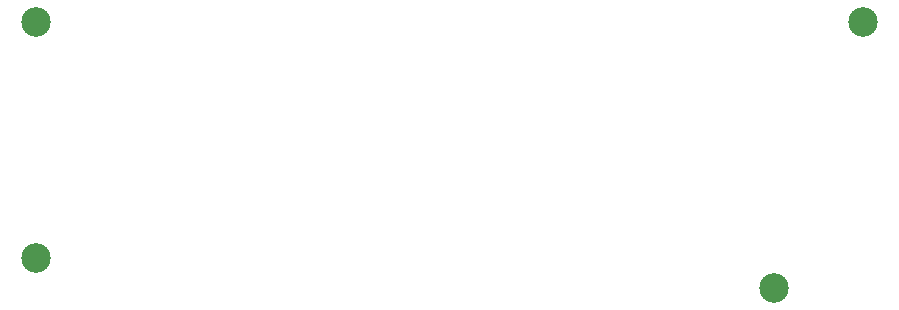
<source format=gbr>
%TF.GenerationSoftware,KiCad,Pcbnew,6.0.7*%
%TF.CreationDate,2023-02-15T11:14:18-05:00*%
%TF.ProjectId,Actuator Driver,41637475-6174-46f7-9220-447269766572,rev?*%
%TF.SameCoordinates,Original*%
%TF.FileFunction,NonPlated,1,2,NPTH,Drill*%
%TF.FilePolarity,Positive*%
%FSLAX46Y46*%
G04 Gerber Fmt 4.6, Leading zero omitted, Abs format (unit mm)*
G04 Created by KiCad (PCBNEW 6.0.7) date 2023-02-15 11:14:18*
%MOMM*%
%LPD*%
G01*
G04 APERTURE LIST*
%TA.AperFunction,ComponentDrill*%
%ADD10C,2.500000*%
%TD*%
G04 APERTURE END LIST*
D10*
%TO.C,REF\u002A\u002A*%
X112500000Y-95000000D03*
X112500000Y-115000000D03*
X175000000Y-117500000D03*
X182500000Y-95000000D03*
M02*

</source>
